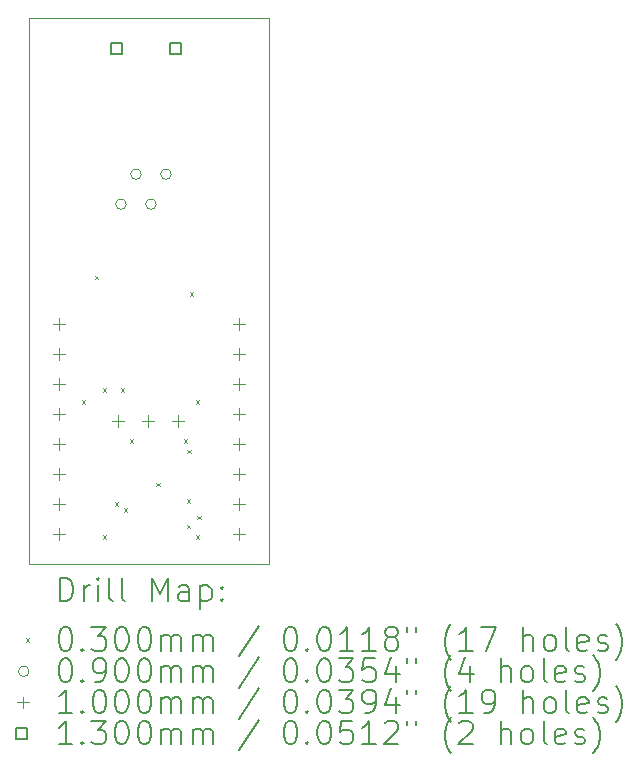
<source format=gbr>
%TF.GenerationSoftware,KiCad,Pcbnew,8.0.8*%
%TF.CreationDate,2025-05-02T07:16:06-04:00*%
%TF.ProjectId,DevBoard1,44657642-6f61-4726-9431-2e6b69636164,rev?*%
%TF.SameCoordinates,Original*%
%TF.FileFunction,Drillmap*%
%TF.FilePolarity,Positive*%
%FSLAX45Y45*%
G04 Gerber Fmt 4.5, Leading zero omitted, Abs format (unit mm)*
G04 Created by KiCad (PCBNEW 8.0.8) date 2025-05-02 07:16:06*
%MOMM*%
%LPD*%
G01*
G04 APERTURE LIST*
%ADD10C,0.050000*%
%ADD11C,0.200000*%
%ADD12C,0.100000*%
%ADD13C,0.130000*%
G04 APERTURE END LIST*
D10*
X8636000Y-4521200D02*
X10668000Y-4521200D01*
X10668000Y-9144000D01*
X8636000Y-9144000D01*
X8636000Y-4521200D01*
D11*
D12*
X9078200Y-7757400D02*
X9108200Y-7787400D01*
X9108200Y-7757400D02*
X9078200Y-7787400D01*
X9187600Y-6703300D02*
X9217600Y-6733300D01*
X9217600Y-6703300D02*
X9187600Y-6733300D01*
X9256000Y-7655800D02*
X9286000Y-7685800D01*
X9286000Y-7655800D02*
X9256000Y-7685800D01*
X9256000Y-8900400D02*
X9286000Y-8930400D01*
X9286000Y-8900400D02*
X9256000Y-8930400D01*
X9357600Y-8621000D02*
X9387600Y-8651000D01*
X9387600Y-8621000D02*
X9357600Y-8651000D01*
X9408400Y-7655800D02*
X9438400Y-7685800D01*
X9438400Y-7655800D02*
X9408400Y-7685800D01*
X9433800Y-8671800D02*
X9463800Y-8701800D01*
X9463800Y-8671800D02*
X9433800Y-8701800D01*
X9484600Y-8087600D02*
X9514600Y-8117600D01*
X9514600Y-8087600D02*
X9484600Y-8117600D01*
X9709980Y-8455900D02*
X9739980Y-8485900D01*
X9739980Y-8455900D02*
X9709980Y-8485900D01*
X9941800Y-8087600D02*
X9971800Y-8117600D01*
X9971800Y-8087600D02*
X9941800Y-8117600D01*
X9967200Y-8595600D02*
X9997200Y-8625600D01*
X9997200Y-8595600D02*
X9967200Y-8625600D01*
X9967200Y-8811500D02*
X9997200Y-8841500D01*
X9997200Y-8811500D02*
X9967200Y-8841500D01*
X9973200Y-8176500D02*
X10003200Y-8206500D01*
X10003200Y-8176500D02*
X9973200Y-8206500D01*
X9992600Y-6843000D02*
X10022600Y-6873000D01*
X10022600Y-6843000D02*
X9992600Y-6873000D01*
X10043400Y-7757400D02*
X10073400Y-7787400D01*
X10073400Y-7757400D02*
X10043400Y-7787400D01*
X10043400Y-8900400D02*
X10073400Y-8930400D01*
X10073400Y-8900400D02*
X10043400Y-8930400D01*
X10056100Y-8735300D02*
X10086100Y-8765300D01*
X10086100Y-8735300D02*
X10056100Y-8765300D01*
X9456200Y-6096000D02*
G75*
G02*
X9366200Y-6096000I-45000J0D01*
G01*
X9366200Y-6096000D02*
G75*
G02*
X9456200Y-6096000I45000J0D01*
G01*
X9583200Y-5842000D02*
G75*
G02*
X9493200Y-5842000I-45000J0D01*
G01*
X9493200Y-5842000D02*
G75*
G02*
X9583200Y-5842000I45000J0D01*
G01*
X9710200Y-6096000D02*
G75*
G02*
X9620200Y-6096000I-45000J0D01*
G01*
X9620200Y-6096000D02*
G75*
G02*
X9710200Y-6096000I45000J0D01*
G01*
X9837200Y-5842000D02*
G75*
G02*
X9747200Y-5842000I-45000J0D01*
G01*
X9747200Y-5842000D02*
G75*
G02*
X9837200Y-5842000I45000J0D01*
G01*
X8890000Y-7062000D02*
X8890000Y-7162000D01*
X8840000Y-7112000D02*
X8940000Y-7112000D01*
X8890000Y-7316000D02*
X8890000Y-7416000D01*
X8840000Y-7366000D02*
X8940000Y-7366000D01*
X8890000Y-7570000D02*
X8890000Y-7670000D01*
X8840000Y-7620000D02*
X8940000Y-7620000D01*
X8890000Y-7824000D02*
X8890000Y-7924000D01*
X8840000Y-7874000D02*
X8940000Y-7874000D01*
X8890000Y-8078000D02*
X8890000Y-8178000D01*
X8840000Y-8128000D02*
X8940000Y-8128000D01*
X8890000Y-8332000D02*
X8890000Y-8432000D01*
X8840000Y-8382000D02*
X8940000Y-8382000D01*
X8890000Y-8586000D02*
X8890000Y-8686000D01*
X8840000Y-8636000D02*
X8940000Y-8636000D01*
X8890000Y-8840000D02*
X8890000Y-8940000D01*
X8840000Y-8890000D02*
X8940000Y-8890000D01*
X9387840Y-7879880D02*
X9387840Y-7979880D01*
X9337840Y-7929880D02*
X9437840Y-7929880D01*
X9641840Y-7879880D02*
X9641840Y-7979880D01*
X9591840Y-7929880D02*
X9691840Y-7929880D01*
X9895840Y-7879880D02*
X9895840Y-7979880D01*
X9845840Y-7929880D02*
X9945840Y-7929880D01*
X10414000Y-7062000D02*
X10414000Y-7162000D01*
X10364000Y-7112000D02*
X10464000Y-7112000D01*
X10414000Y-7316000D02*
X10414000Y-7416000D01*
X10364000Y-7366000D02*
X10464000Y-7366000D01*
X10414000Y-7570000D02*
X10414000Y-7670000D01*
X10364000Y-7620000D02*
X10464000Y-7620000D01*
X10414000Y-7824000D02*
X10414000Y-7924000D01*
X10364000Y-7874000D02*
X10464000Y-7874000D01*
X10414000Y-8078000D02*
X10414000Y-8178000D01*
X10364000Y-8128000D02*
X10464000Y-8128000D01*
X10414000Y-8332000D02*
X10414000Y-8432000D01*
X10364000Y-8382000D02*
X10464000Y-8382000D01*
X10414000Y-8586000D02*
X10414000Y-8686000D01*
X10364000Y-8636000D02*
X10464000Y-8636000D01*
X10414000Y-8840000D02*
X10414000Y-8940000D01*
X10364000Y-8890000D02*
X10464000Y-8890000D01*
D13*
X9416402Y-4821162D02*
X9416402Y-4729238D01*
X9324478Y-4729238D01*
X9324478Y-4821162D01*
X9416402Y-4821162D01*
X9916402Y-4821162D02*
X9916402Y-4729238D01*
X9824478Y-4729238D01*
X9824478Y-4821162D01*
X9916402Y-4821162D01*
D11*
X8894277Y-9457984D02*
X8894277Y-9257984D01*
X8894277Y-9257984D02*
X8941896Y-9257984D01*
X8941896Y-9257984D02*
X8970467Y-9267508D01*
X8970467Y-9267508D02*
X8989515Y-9286555D01*
X8989515Y-9286555D02*
X8999039Y-9305603D01*
X8999039Y-9305603D02*
X9008563Y-9343698D01*
X9008563Y-9343698D02*
X9008563Y-9372270D01*
X9008563Y-9372270D02*
X8999039Y-9410365D01*
X8999039Y-9410365D02*
X8989515Y-9429412D01*
X8989515Y-9429412D02*
X8970467Y-9448460D01*
X8970467Y-9448460D02*
X8941896Y-9457984D01*
X8941896Y-9457984D02*
X8894277Y-9457984D01*
X9094277Y-9457984D02*
X9094277Y-9324650D01*
X9094277Y-9362746D02*
X9103801Y-9343698D01*
X9103801Y-9343698D02*
X9113324Y-9334174D01*
X9113324Y-9334174D02*
X9132372Y-9324650D01*
X9132372Y-9324650D02*
X9151420Y-9324650D01*
X9218086Y-9457984D02*
X9218086Y-9324650D01*
X9218086Y-9257984D02*
X9208563Y-9267508D01*
X9208563Y-9267508D02*
X9218086Y-9277031D01*
X9218086Y-9277031D02*
X9227610Y-9267508D01*
X9227610Y-9267508D02*
X9218086Y-9257984D01*
X9218086Y-9257984D02*
X9218086Y-9277031D01*
X9341896Y-9457984D02*
X9322848Y-9448460D01*
X9322848Y-9448460D02*
X9313324Y-9429412D01*
X9313324Y-9429412D02*
X9313324Y-9257984D01*
X9446658Y-9457984D02*
X9427610Y-9448460D01*
X9427610Y-9448460D02*
X9418086Y-9429412D01*
X9418086Y-9429412D02*
X9418086Y-9257984D01*
X9675229Y-9457984D02*
X9675229Y-9257984D01*
X9675229Y-9257984D02*
X9741896Y-9400841D01*
X9741896Y-9400841D02*
X9808563Y-9257984D01*
X9808563Y-9257984D02*
X9808563Y-9457984D01*
X9989515Y-9457984D02*
X9989515Y-9353222D01*
X9989515Y-9353222D02*
X9979991Y-9334174D01*
X9979991Y-9334174D02*
X9960944Y-9324650D01*
X9960944Y-9324650D02*
X9922848Y-9324650D01*
X9922848Y-9324650D02*
X9903801Y-9334174D01*
X9989515Y-9448460D02*
X9970467Y-9457984D01*
X9970467Y-9457984D02*
X9922848Y-9457984D01*
X9922848Y-9457984D02*
X9903801Y-9448460D01*
X9903801Y-9448460D02*
X9894277Y-9429412D01*
X9894277Y-9429412D02*
X9894277Y-9410365D01*
X9894277Y-9410365D02*
X9903801Y-9391317D01*
X9903801Y-9391317D02*
X9922848Y-9381793D01*
X9922848Y-9381793D02*
X9970467Y-9381793D01*
X9970467Y-9381793D02*
X9989515Y-9372270D01*
X10084753Y-9324650D02*
X10084753Y-9524650D01*
X10084753Y-9334174D02*
X10103801Y-9324650D01*
X10103801Y-9324650D02*
X10141896Y-9324650D01*
X10141896Y-9324650D02*
X10160944Y-9334174D01*
X10160944Y-9334174D02*
X10170467Y-9343698D01*
X10170467Y-9343698D02*
X10179991Y-9362746D01*
X10179991Y-9362746D02*
X10179991Y-9419889D01*
X10179991Y-9419889D02*
X10170467Y-9438936D01*
X10170467Y-9438936D02*
X10160944Y-9448460D01*
X10160944Y-9448460D02*
X10141896Y-9457984D01*
X10141896Y-9457984D02*
X10103801Y-9457984D01*
X10103801Y-9457984D02*
X10084753Y-9448460D01*
X10265705Y-9438936D02*
X10275229Y-9448460D01*
X10275229Y-9448460D02*
X10265705Y-9457984D01*
X10265705Y-9457984D02*
X10256182Y-9448460D01*
X10256182Y-9448460D02*
X10265705Y-9438936D01*
X10265705Y-9438936D02*
X10265705Y-9457984D01*
X10265705Y-9334174D02*
X10275229Y-9343698D01*
X10275229Y-9343698D02*
X10265705Y-9353222D01*
X10265705Y-9353222D02*
X10256182Y-9343698D01*
X10256182Y-9343698D02*
X10265705Y-9334174D01*
X10265705Y-9334174D02*
X10265705Y-9353222D01*
D12*
X8603500Y-9771500D02*
X8633500Y-9801500D01*
X8633500Y-9771500D02*
X8603500Y-9801500D01*
D11*
X8932372Y-9677984D02*
X8951420Y-9677984D01*
X8951420Y-9677984D02*
X8970467Y-9687508D01*
X8970467Y-9687508D02*
X8979991Y-9697031D01*
X8979991Y-9697031D02*
X8989515Y-9716079D01*
X8989515Y-9716079D02*
X8999039Y-9754174D01*
X8999039Y-9754174D02*
X8999039Y-9801793D01*
X8999039Y-9801793D02*
X8989515Y-9839889D01*
X8989515Y-9839889D02*
X8979991Y-9858936D01*
X8979991Y-9858936D02*
X8970467Y-9868460D01*
X8970467Y-9868460D02*
X8951420Y-9877984D01*
X8951420Y-9877984D02*
X8932372Y-9877984D01*
X8932372Y-9877984D02*
X8913324Y-9868460D01*
X8913324Y-9868460D02*
X8903801Y-9858936D01*
X8903801Y-9858936D02*
X8894277Y-9839889D01*
X8894277Y-9839889D02*
X8884753Y-9801793D01*
X8884753Y-9801793D02*
X8884753Y-9754174D01*
X8884753Y-9754174D02*
X8894277Y-9716079D01*
X8894277Y-9716079D02*
X8903801Y-9697031D01*
X8903801Y-9697031D02*
X8913324Y-9687508D01*
X8913324Y-9687508D02*
X8932372Y-9677984D01*
X9084753Y-9858936D02*
X9094277Y-9868460D01*
X9094277Y-9868460D02*
X9084753Y-9877984D01*
X9084753Y-9877984D02*
X9075229Y-9868460D01*
X9075229Y-9868460D02*
X9084753Y-9858936D01*
X9084753Y-9858936D02*
X9084753Y-9877984D01*
X9160944Y-9677984D02*
X9284753Y-9677984D01*
X9284753Y-9677984D02*
X9218086Y-9754174D01*
X9218086Y-9754174D02*
X9246658Y-9754174D01*
X9246658Y-9754174D02*
X9265705Y-9763698D01*
X9265705Y-9763698D02*
X9275229Y-9773222D01*
X9275229Y-9773222D02*
X9284753Y-9792270D01*
X9284753Y-9792270D02*
X9284753Y-9839889D01*
X9284753Y-9839889D02*
X9275229Y-9858936D01*
X9275229Y-9858936D02*
X9265705Y-9868460D01*
X9265705Y-9868460D02*
X9246658Y-9877984D01*
X9246658Y-9877984D02*
X9189515Y-9877984D01*
X9189515Y-9877984D02*
X9170467Y-9868460D01*
X9170467Y-9868460D02*
X9160944Y-9858936D01*
X9408563Y-9677984D02*
X9427610Y-9677984D01*
X9427610Y-9677984D02*
X9446658Y-9687508D01*
X9446658Y-9687508D02*
X9456182Y-9697031D01*
X9456182Y-9697031D02*
X9465705Y-9716079D01*
X9465705Y-9716079D02*
X9475229Y-9754174D01*
X9475229Y-9754174D02*
X9475229Y-9801793D01*
X9475229Y-9801793D02*
X9465705Y-9839889D01*
X9465705Y-9839889D02*
X9456182Y-9858936D01*
X9456182Y-9858936D02*
X9446658Y-9868460D01*
X9446658Y-9868460D02*
X9427610Y-9877984D01*
X9427610Y-9877984D02*
X9408563Y-9877984D01*
X9408563Y-9877984D02*
X9389515Y-9868460D01*
X9389515Y-9868460D02*
X9379991Y-9858936D01*
X9379991Y-9858936D02*
X9370467Y-9839889D01*
X9370467Y-9839889D02*
X9360944Y-9801793D01*
X9360944Y-9801793D02*
X9360944Y-9754174D01*
X9360944Y-9754174D02*
X9370467Y-9716079D01*
X9370467Y-9716079D02*
X9379991Y-9697031D01*
X9379991Y-9697031D02*
X9389515Y-9687508D01*
X9389515Y-9687508D02*
X9408563Y-9677984D01*
X9599039Y-9677984D02*
X9618086Y-9677984D01*
X9618086Y-9677984D02*
X9637134Y-9687508D01*
X9637134Y-9687508D02*
X9646658Y-9697031D01*
X9646658Y-9697031D02*
X9656182Y-9716079D01*
X9656182Y-9716079D02*
X9665705Y-9754174D01*
X9665705Y-9754174D02*
X9665705Y-9801793D01*
X9665705Y-9801793D02*
X9656182Y-9839889D01*
X9656182Y-9839889D02*
X9646658Y-9858936D01*
X9646658Y-9858936D02*
X9637134Y-9868460D01*
X9637134Y-9868460D02*
X9618086Y-9877984D01*
X9618086Y-9877984D02*
X9599039Y-9877984D01*
X9599039Y-9877984D02*
X9579991Y-9868460D01*
X9579991Y-9868460D02*
X9570467Y-9858936D01*
X9570467Y-9858936D02*
X9560944Y-9839889D01*
X9560944Y-9839889D02*
X9551420Y-9801793D01*
X9551420Y-9801793D02*
X9551420Y-9754174D01*
X9551420Y-9754174D02*
X9560944Y-9716079D01*
X9560944Y-9716079D02*
X9570467Y-9697031D01*
X9570467Y-9697031D02*
X9579991Y-9687508D01*
X9579991Y-9687508D02*
X9599039Y-9677984D01*
X9751420Y-9877984D02*
X9751420Y-9744650D01*
X9751420Y-9763698D02*
X9760944Y-9754174D01*
X9760944Y-9754174D02*
X9779991Y-9744650D01*
X9779991Y-9744650D02*
X9808563Y-9744650D01*
X9808563Y-9744650D02*
X9827610Y-9754174D01*
X9827610Y-9754174D02*
X9837134Y-9773222D01*
X9837134Y-9773222D02*
X9837134Y-9877984D01*
X9837134Y-9773222D02*
X9846658Y-9754174D01*
X9846658Y-9754174D02*
X9865705Y-9744650D01*
X9865705Y-9744650D02*
X9894277Y-9744650D01*
X9894277Y-9744650D02*
X9913325Y-9754174D01*
X9913325Y-9754174D02*
X9922848Y-9773222D01*
X9922848Y-9773222D02*
X9922848Y-9877984D01*
X10018086Y-9877984D02*
X10018086Y-9744650D01*
X10018086Y-9763698D02*
X10027610Y-9754174D01*
X10027610Y-9754174D02*
X10046658Y-9744650D01*
X10046658Y-9744650D02*
X10075229Y-9744650D01*
X10075229Y-9744650D02*
X10094277Y-9754174D01*
X10094277Y-9754174D02*
X10103801Y-9773222D01*
X10103801Y-9773222D02*
X10103801Y-9877984D01*
X10103801Y-9773222D02*
X10113325Y-9754174D01*
X10113325Y-9754174D02*
X10132372Y-9744650D01*
X10132372Y-9744650D02*
X10160944Y-9744650D01*
X10160944Y-9744650D02*
X10179991Y-9754174D01*
X10179991Y-9754174D02*
X10189515Y-9773222D01*
X10189515Y-9773222D02*
X10189515Y-9877984D01*
X10579991Y-9668460D02*
X10408563Y-9925603D01*
X10837134Y-9677984D02*
X10856182Y-9677984D01*
X10856182Y-9677984D02*
X10875229Y-9687508D01*
X10875229Y-9687508D02*
X10884753Y-9697031D01*
X10884753Y-9697031D02*
X10894277Y-9716079D01*
X10894277Y-9716079D02*
X10903801Y-9754174D01*
X10903801Y-9754174D02*
X10903801Y-9801793D01*
X10903801Y-9801793D02*
X10894277Y-9839889D01*
X10894277Y-9839889D02*
X10884753Y-9858936D01*
X10884753Y-9858936D02*
X10875229Y-9868460D01*
X10875229Y-9868460D02*
X10856182Y-9877984D01*
X10856182Y-9877984D02*
X10837134Y-9877984D01*
X10837134Y-9877984D02*
X10818087Y-9868460D01*
X10818087Y-9868460D02*
X10808563Y-9858936D01*
X10808563Y-9858936D02*
X10799039Y-9839889D01*
X10799039Y-9839889D02*
X10789515Y-9801793D01*
X10789515Y-9801793D02*
X10789515Y-9754174D01*
X10789515Y-9754174D02*
X10799039Y-9716079D01*
X10799039Y-9716079D02*
X10808563Y-9697031D01*
X10808563Y-9697031D02*
X10818087Y-9687508D01*
X10818087Y-9687508D02*
X10837134Y-9677984D01*
X10989515Y-9858936D02*
X10999039Y-9868460D01*
X10999039Y-9868460D02*
X10989515Y-9877984D01*
X10989515Y-9877984D02*
X10979991Y-9868460D01*
X10979991Y-9868460D02*
X10989515Y-9858936D01*
X10989515Y-9858936D02*
X10989515Y-9877984D01*
X11122848Y-9677984D02*
X11141896Y-9677984D01*
X11141896Y-9677984D02*
X11160944Y-9687508D01*
X11160944Y-9687508D02*
X11170468Y-9697031D01*
X11170468Y-9697031D02*
X11179991Y-9716079D01*
X11179991Y-9716079D02*
X11189515Y-9754174D01*
X11189515Y-9754174D02*
X11189515Y-9801793D01*
X11189515Y-9801793D02*
X11179991Y-9839889D01*
X11179991Y-9839889D02*
X11170468Y-9858936D01*
X11170468Y-9858936D02*
X11160944Y-9868460D01*
X11160944Y-9868460D02*
X11141896Y-9877984D01*
X11141896Y-9877984D02*
X11122848Y-9877984D01*
X11122848Y-9877984D02*
X11103801Y-9868460D01*
X11103801Y-9868460D02*
X11094277Y-9858936D01*
X11094277Y-9858936D02*
X11084753Y-9839889D01*
X11084753Y-9839889D02*
X11075229Y-9801793D01*
X11075229Y-9801793D02*
X11075229Y-9754174D01*
X11075229Y-9754174D02*
X11084753Y-9716079D01*
X11084753Y-9716079D02*
X11094277Y-9697031D01*
X11094277Y-9697031D02*
X11103801Y-9687508D01*
X11103801Y-9687508D02*
X11122848Y-9677984D01*
X11379991Y-9877984D02*
X11265706Y-9877984D01*
X11322848Y-9877984D02*
X11322848Y-9677984D01*
X11322848Y-9677984D02*
X11303801Y-9706555D01*
X11303801Y-9706555D02*
X11284753Y-9725603D01*
X11284753Y-9725603D02*
X11265706Y-9735127D01*
X11570467Y-9877984D02*
X11456182Y-9877984D01*
X11513325Y-9877984D02*
X11513325Y-9677984D01*
X11513325Y-9677984D02*
X11494277Y-9706555D01*
X11494277Y-9706555D02*
X11475229Y-9725603D01*
X11475229Y-9725603D02*
X11456182Y-9735127D01*
X11684753Y-9763698D02*
X11665706Y-9754174D01*
X11665706Y-9754174D02*
X11656182Y-9744650D01*
X11656182Y-9744650D02*
X11646658Y-9725603D01*
X11646658Y-9725603D02*
X11646658Y-9716079D01*
X11646658Y-9716079D02*
X11656182Y-9697031D01*
X11656182Y-9697031D02*
X11665706Y-9687508D01*
X11665706Y-9687508D02*
X11684753Y-9677984D01*
X11684753Y-9677984D02*
X11722848Y-9677984D01*
X11722848Y-9677984D02*
X11741896Y-9687508D01*
X11741896Y-9687508D02*
X11751420Y-9697031D01*
X11751420Y-9697031D02*
X11760944Y-9716079D01*
X11760944Y-9716079D02*
X11760944Y-9725603D01*
X11760944Y-9725603D02*
X11751420Y-9744650D01*
X11751420Y-9744650D02*
X11741896Y-9754174D01*
X11741896Y-9754174D02*
X11722848Y-9763698D01*
X11722848Y-9763698D02*
X11684753Y-9763698D01*
X11684753Y-9763698D02*
X11665706Y-9773222D01*
X11665706Y-9773222D02*
X11656182Y-9782746D01*
X11656182Y-9782746D02*
X11646658Y-9801793D01*
X11646658Y-9801793D02*
X11646658Y-9839889D01*
X11646658Y-9839889D02*
X11656182Y-9858936D01*
X11656182Y-9858936D02*
X11665706Y-9868460D01*
X11665706Y-9868460D02*
X11684753Y-9877984D01*
X11684753Y-9877984D02*
X11722848Y-9877984D01*
X11722848Y-9877984D02*
X11741896Y-9868460D01*
X11741896Y-9868460D02*
X11751420Y-9858936D01*
X11751420Y-9858936D02*
X11760944Y-9839889D01*
X11760944Y-9839889D02*
X11760944Y-9801793D01*
X11760944Y-9801793D02*
X11751420Y-9782746D01*
X11751420Y-9782746D02*
X11741896Y-9773222D01*
X11741896Y-9773222D02*
X11722848Y-9763698D01*
X11837134Y-9677984D02*
X11837134Y-9716079D01*
X11913325Y-9677984D02*
X11913325Y-9716079D01*
X12208563Y-9954174D02*
X12199039Y-9944650D01*
X12199039Y-9944650D02*
X12179991Y-9916079D01*
X12179991Y-9916079D02*
X12170468Y-9897031D01*
X12170468Y-9897031D02*
X12160944Y-9868460D01*
X12160944Y-9868460D02*
X12151420Y-9820841D01*
X12151420Y-9820841D02*
X12151420Y-9782746D01*
X12151420Y-9782746D02*
X12160944Y-9735127D01*
X12160944Y-9735127D02*
X12170468Y-9706555D01*
X12170468Y-9706555D02*
X12179991Y-9687508D01*
X12179991Y-9687508D02*
X12199039Y-9658936D01*
X12199039Y-9658936D02*
X12208563Y-9649412D01*
X12389515Y-9877984D02*
X12275229Y-9877984D01*
X12332372Y-9877984D02*
X12332372Y-9677984D01*
X12332372Y-9677984D02*
X12313325Y-9706555D01*
X12313325Y-9706555D02*
X12294277Y-9725603D01*
X12294277Y-9725603D02*
X12275229Y-9735127D01*
X12456182Y-9677984D02*
X12589515Y-9677984D01*
X12589515Y-9677984D02*
X12503801Y-9877984D01*
X12818087Y-9877984D02*
X12818087Y-9677984D01*
X12903801Y-9877984D02*
X12903801Y-9773222D01*
X12903801Y-9773222D02*
X12894277Y-9754174D01*
X12894277Y-9754174D02*
X12875230Y-9744650D01*
X12875230Y-9744650D02*
X12846658Y-9744650D01*
X12846658Y-9744650D02*
X12827610Y-9754174D01*
X12827610Y-9754174D02*
X12818087Y-9763698D01*
X13027610Y-9877984D02*
X13008563Y-9868460D01*
X13008563Y-9868460D02*
X12999039Y-9858936D01*
X12999039Y-9858936D02*
X12989515Y-9839889D01*
X12989515Y-9839889D02*
X12989515Y-9782746D01*
X12989515Y-9782746D02*
X12999039Y-9763698D01*
X12999039Y-9763698D02*
X13008563Y-9754174D01*
X13008563Y-9754174D02*
X13027610Y-9744650D01*
X13027610Y-9744650D02*
X13056182Y-9744650D01*
X13056182Y-9744650D02*
X13075230Y-9754174D01*
X13075230Y-9754174D02*
X13084753Y-9763698D01*
X13084753Y-9763698D02*
X13094277Y-9782746D01*
X13094277Y-9782746D02*
X13094277Y-9839889D01*
X13094277Y-9839889D02*
X13084753Y-9858936D01*
X13084753Y-9858936D02*
X13075230Y-9868460D01*
X13075230Y-9868460D02*
X13056182Y-9877984D01*
X13056182Y-9877984D02*
X13027610Y-9877984D01*
X13208563Y-9877984D02*
X13189515Y-9868460D01*
X13189515Y-9868460D02*
X13179991Y-9849412D01*
X13179991Y-9849412D02*
X13179991Y-9677984D01*
X13360944Y-9868460D02*
X13341896Y-9877984D01*
X13341896Y-9877984D02*
X13303801Y-9877984D01*
X13303801Y-9877984D02*
X13284753Y-9868460D01*
X13284753Y-9868460D02*
X13275230Y-9849412D01*
X13275230Y-9849412D02*
X13275230Y-9773222D01*
X13275230Y-9773222D02*
X13284753Y-9754174D01*
X13284753Y-9754174D02*
X13303801Y-9744650D01*
X13303801Y-9744650D02*
X13341896Y-9744650D01*
X13341896Y-9744650D02*
X13360944Y-9754174D01*
X13360944Y-9754174D02*
X13370468Y-9773222D01*
X13370468Y-9773222D02*
X13370468Y-9792270D01*
X13370468Y-9792270D02*
X13275230Y-9811317D01*
X13446658Y-9868460D02*
X13465706Y-9877984D01*
X13465706Y-9877984D02*
X13503801Y-9877984D01*
X13503801Y-9877984D02*
X13522849Y-9868460D01*
X13522849Y-9868460D02*
X13532372Y-9849412D01*
X13532372Y-9849412D02*
X13532372Y-9839889D01*
X13532372Y-9839889D02*
X13522849Y-9820841D01*
X13522849Y-9820841D02*
X13503801Y-9811317D01*
X13503801Y-9811317D02*
X13475230Y-9811317D01*
X13475230Y-9811317D02*
X13456182Y-9801793D01*
X13456182Y-9801793D02*
X13446658Y-9782746D01*
X13446658Y-9782746D02*
X13446658Y-9773222D01*
X13446658Y-9773222D02*
X13456182Y-9754174D01*
X13456182Y-9754174D02*
X13475230Y-9744650D01*
X13475230Y-9744650D02*
X13503801Y-9744650D01*
X13503801Y-9744650D02*
X13522849Y-9754174D01*
X13599039Y-9954174D02*
X13608563Y-9944650D01*
X13608563Y-9944650D02*
X13627611Y-9916079D01*
X13627611Y-9916079D02*
X13637134Y-9897031D01*
X13637134Y-9897031D02*
X13646658Y-9868460D01*
X13646658Y-9868460D02*
X13656182Y-9820841D01*
X13656182Y-9820841D02*
X13656182Y-9782746D01*
X13656182Y-9782746D02*
X13646658Y-9735127D01*
X13646658Y-9735127D02*
X13637134Y-9706555D01*
X13637134Y-9706555D02*
X13627611Y-9687508D01*
X13627611Y-9687508D02*
X13608563Y-9658936D01*
X13608563Y-9658936D02*
X13599039Y-9649412D01*
D12*
X8633500Y-10050500D02*
G75*
G02*
X8543500Y-10050500I-45000J0D01*
G01*
X8543500Y-10050500D02*
G75*
G02*
X8633500Y-10050500I45000J0D01*
G01*
D11*
X8932372Y-9941984D02*
X8951420Y-9941984D01*
X8951420Y-9941984D02*
X8970467Y-9951508D01*
X8970467Y-9951508D02*
X8979991Y-9961031D01*
X8979991Y-9961031D02*
X8989515Y-9980079D01*
X8989515Y-9980079D02*
X8999039Y-10018174D01*
X8999039Y-10018174D02*
X8999039Y-10065793D01*
X8999039Y-10065793D02*
X8989515Y-10103889D01*
X8989515Y-10103889D02*
X8979991Y-10122936D01*
X8979991Y-10122936D02*
X8970467Y-10132460D01*
X8970467Y-10132460D02*
X8951420Y-10141984D01*
X8951420Y-10141984D02*
X8932372Y-10141984D01*
X8932372Y-10141984D02*
X8913324Y-10132460D01*
X8913324Y-10132460D02*
X8903801Y-10122936D01*
X8903801Y-10122936D02*
X8894277Y-10103889D01*
X8894277Y-10103889D02*
X8884753Y-10065793D01*
X8884753Y-10065793D02*
X8884753Y-10018174D01*
X8884753Y-10018174D02*
X8894277Y-9980079D01*
X8894277Y-9980079D02*
X8903801Y-9961031D01*
X8903801Y-9961031D02*
X8913324Y-9951508D01*
X8913324Y-9951508D02*
X8932372Y-9941984D01*
X9084753Y-10122936D02*
X9094277Y-10132460D01*
X9094277Y-10132460D02*
X9084753Y-10141984D01*
X9084753Y-10141984D02*
X9075229Y-10132460D01*
X9075229Y-10132460D02*
X9084753Y-10122936D01*
X9084753Y-10122936D02*
X9084753Y-10141984D01*
X9189515Y-10141984D02*
X9227610Y-10141984D01*
X9227610Y-10141984D02*
X9246658Y-10132460D01*
X9246658Y-10132460D02*
X9256182Y-10122936D01*
X9256182Y-10122936D02*
X9275229Y-10094365D01*
X9275229Y-10094365D02*
X9284753Y-10056270D01*
X9284753Y-10056270D02*
X9284753Y-9980079D01*
X9284753Y-9980079D02*
X9275229Y-9961031D01*
X9275229Y-9961031D02*
X9265705Y-9951508D01*
X9265705Y-9951508D02*
X9246658Y-9941984D01*
X9246658Y-9941984D02*
X9208563Y-9941984D01*
X9208563Y-9941984D02*
X9189515Y-9951508D01*
X9189515Y-9951508D02*
X9179991Y-9961031D01*
X9179991Y-9961031D02*
X9170467Y-9980079D01*
X9170467Y-9980079D02*
X9170467Y-10027698D01*
X9170467Y-10027698D02*
X9179991Y-10046746D01*
X9179991Y-10046746D02*
X9189515Y-10056270D01*
X9189515Y-10056270D02*
X9208563Y-10065793D01*
X9208563Y-10065793D02*
X9246658Y-10065793D01*
X9246658Y-10065793D02*
X9265705Y-10056270D01*
X9265705Y-10056270D02*
X9275229Y-10046746D01*
X9275229Y-10046746D02*
X9284753Y-10027698D01*
X9408563Y-9941984D02*
X9427610Y-9941984D01*
X9427610Y-9941984D02*
X9446658Y-9951508D01*
X9446658Y-9951508D02*
X9456182Y-9961031D01*
X9456182Y-9961031D02*
X9465705Y-9980079D01*
X9465705Y-9980079D02*
X9475229Y-10018174D01*
X9475229Y-10018174D02*
X9475229Y-10065793D01*
X9475229Y-10065793D02*
X9465705Y-10103889D01*
X9465705Y-10103889D02*
X9456182Y-10122936D01*
X9456182Y-10122936D02*
X9446658Y-10132460D01*
X9446658Y-10132460D02*
X9427610Y-10141984D01*
X9427610Y-10141984D02*
X9408563Y-10141984D01*
X9408563Y-10141984D02*
X9389515Y-10132460D01*
X9389515Y-10132460D02*
X9379991Y-10122936D01*
X9379991Y-10122936D02*
X9370467Y-10103889D01*
X9370467Y-10103889D02*
X9360944Y-10065793D01*
X9360944Y-10065793D02*
X9360944Y-10018174D01*
X9360944Y-10018174D02*
X9370467Y-9980079D01*
X9370467Y-9980079D02*
X9379991Y-9961031D01*
X9379991Y-9961031D02*
X9389515Y-9951508D01*
X9389515Y-9951508D02*
X9408563Y-9941984D01*
X9599039Y-9941984D02*
X9618086Y-9941984D01*
X9618086Y-9941984D02*
X9637134Y-9951508D01*
X9637134Y-9951508D02*
X9646658Y-9961031D01*
X9646658Y-9961031D02*
X9656182Y-9980079D01*
X9656182Y-9980079D02*
X9665705Y-10018174D01*
X9665705Y-10018174D02*
X9665705Y-10065793D01*
X9665705Y-10065793D02*
X9656182Y-10103889D01*
X9656182Y-10103889D02*
X9646658Y-10122936D01*
X9646658Y-10122936D02*
X9637134Y-10132460D01*
X9637134Y-10132460D02*
X9618086Y-10141984D01*
X9618086Y-10141984D02*
X9599039Y-10141984D01*
X9599039Y-10141984D02*
X9579991Y-10132460D01*
X9579991Y-10132460D02*
X9570467Y-10122936D01*
X9570467Y-10122936D02*
X9560944Y-10103889D01*
X9560944Y-10103889D02*
X9551420Y-10065793D01*
X9551420Y-10065793D02*
X9551420Y-10018174D01*
X9551420Y-10018174D02*
X9560944Y-9980079D01*
X9560944Y-9980079D02*
X9570467Y-9961031D01*
X9570467Y-9961031D02*
X9579991Y-9951508D01*
X9579991Y-9951508D02*
X9599039Y-9941984D01*
X9751420Y-10141984D02*
X9751420Y-10008650D01*
X9751420Y-10027698D02*
X9760944Y-10018174D01*
X9760944Y-10018174D02*
X9779991Y-10008650D01*
X9779991Y-10008650D02*
X9808563Y-10008650D01*
X9808563Y-10008650D02*
X9827610Y-10018174D01*
X9827610Y-10018174D02*
X9837134Y-10037222D01*
X9837134Y-10037222D02*
X9837134Y-10141984D01*
X9837134Y-10037222D02*
X9846658Y-10018174D01*
X9846658Y-10018174D02*
X9865705Y-10008650D01*
X9865705Y-10008650D02*
X9894277Y-10008650D01*
X9894277Y-10008650D02*
X9913325Y-10018174D01*
X9913325Y-10018174D02*
X9922848Y-10037222D01*
X9922848Y-10037222D02*
X9922848Y-10141984D01*
X10018086Y-10141984D02*
X10018086Y-10008650D01*
X10018086Y-10027698D02*
X10027610Y-10018174D01*
X10027610Y-10018174D02*
X10046658Y-10008650D01*
X10046658Y-10008650D02*
X10075229Y-10008650D01*
X10075229Y-10008650D02*
X10094277Y-10018174D01*
X10094277Y-10018174D02*
X10103801Y-10037222D01*
X10103801Y-10037222D02*
X10103801Y-10141984D01*
X10103801Y-10037222D02*
X10113325Y-10018174D01*
X10113325Y-10018174D02*
X10132372Y-10008650D01*
X10132372Y-10008650D02*
X10160944Y-10008650D01*
X10160944Y-10008650D02*
X10179991Y-10018174D01*
X10179991Y-10018174D02*
X10189515Y-10037222D01*
X10189515Y-10037222D02*
X10189515Y-10141984D01*
X10579991Y-9932460D02*
X10408563Y-10189603D01*
X10837134Y-9941984D02*
X10856182Y-9941984D01*
X10856182Y-9941984D02*
X10875229Y-9951508D01*
X10875229Y-9951508D02*
X10884753Y-9961031D01*
X10884753Y-9961031D02*
X10894277Y-9980079D01*
X10894277Y-9980079D02*
X10903801Y-10018174D01*
X10903801Y-10018174D02*
X10903801Y-10065793D01*
X10903801Y-10065793D02*
X10894277Y-10103889D01*
X10894277Y-10103889D02*
X10884753Y-10122936D01*
X10884753Y-10122936D02*
X10875229Y-10132460D01*
X10875229Y-10132460D02*
X10856182Y-10141984D01*
X10856182Y-10141984D02*
X10837134Y-10141984D01*
X10837134Y-10141984D02*
X10818087Y-10132460D01*
X10818087Y-10132460D02*
X10808563Y-10122936D01*
X10808563Y-10122936D02*
X10799039Y-10103889D01*
X10799039Y-10103889D02*
X10789515Y-10065793D01*
X10789515Y-10065793D02*
X10789515Y-10018174D01*
X10789515Y-10018174D02*
X10799039Y-9980079D01*
X10799039Y-9980079D02*
X10808563Y-9961031D01*
X10808563Y-9961031D02*
X10818087Y-9951508D01*
X10818087Y-9951508D02*
X10837134Y-9941984D01*
X10989515Y-10122936D02*
X10999039Y-10132460D01*
X10999039Y-10132460D02*
X10989515Y-10141984D01*
X10989515Y-10141984D02*
X10979991Y-10132460D01*
X10979991Y-10132460D02*
X10989515Y-10122936D01*
X10989515Y-10122936D02*
X10989515Y-10141984D01*
X11122848Y-9941984D02*
X11141896Y-9941984D01*
X11141896Y-9941984D02*
X11160944Y-9951508D01*
X11160944Y-9951508D02*
X11170468Y-9961031D01*
X11170468Y-9961031D02*
X11179991Y-9980079D01*
X11179991Y-9980079D02*
X11189515Y-10018174D01*
X11189515Y-10018174D02*
X11189515Y-10065793D01*
X11189515Y-10065793D02*
X11179991Y-10103889D01*
X11179991Y-10103889D02*
X11170468Y-10122936D01*
X11170468Y-10122936D02*
X11160944Y-10132460D01*
X11160944Y-10132460D02*
X11141896Y-10141984D01*
X11141896Y-10141984D02*
X11122848Y-10141984D01*
X11122848Y-10141984D02*
X11103801Y-10132460D01*
X11103801Y-10132460D02*
X11094277Y-10122936D01*
X11094277Y-10122936D02*
X11084753Y-10103889D01*
X11084753Y-10103889D02*
X11075229Y-10065793D01*
X11075229Y-10065793D02*
X11075229Y-10018174D01*
X11075229Y-10018174D02*
X11084753Y-9980079D01*
X11084753Y-9980079D02*
X11094277Y-9961031D01*
X11094277Y-9961031D02*
X11103801Y-9951508D01*
X11103801Y-9951508D02*
X11122848Y-9941984D01*
X11256182Y-9941984D02*
X11379991Y-9941984D01*
X11379991Y-9941984D02*
X11313325Y-10018174D01*
X11313325Y-10018174D02*
X11341896Y-10018174D01*
X11341896Y-10018174D02*
X11360944Y-10027698D01*
X11360944Y-10027698D02*
X11370467Y-10037222D01*
X11370467Y-10037222D02*
X11379991Y-10056270D01*
X11379991Y-10056270D02*
X11379991Y-10103889D01*
X11379991Y-10103889D02*
X11370467Y-10122936D01*
X11370467Y-10122936D02*
X11360944Y-10132460D01*
X11360944Y-10132460D02*
X11341896Y-10141984D01*
X11341896Y-10141984D02*
X11284753Y-10141984D01*
X11284753Y-10141984D02*
X11265706Y-10132460D01*
X11265706Y-10132460D02*
X11256182Y-10122936D01*
X11560944Y-9941984D02*
X11465706Y-9941984D01*
X11465706Y-9941984D02*
X11456182Y-10037222D01*
X11456182Y-10037222D02*
X11465706Y-10027698D01*
X11465706Y-10027698D02*
X11484753Y-10018174D01*
X11484753Y-10018174D02*
X11532372Y-10018174D01*
X11532372Y-10018174D02*
X11551420Y-10027698D01*
X11551420Y-10027698D02*
X11560944Y-10037222D01*
X11560944Y-10037222D02*
X11570467Y-10056270D01*
X11570467Y-10056270D02*
X11570467Y-10103889D01*
X11570467Y-10103889D02*
X11560944Y-10122936D01*
X11560944Y-10122936D02*
X11551420Y-10132460D01*
X11551420Y-10132460D02*
X11532372Y-10141984D01*
X11532372Y-10141984D02*
X11484753Y-10141984D01*
X11484753Y-10141984D02*
X11465706Y-10132460D01*
X11465706Y-10132460D02*
X11456182Y-10122936D01*
X11741896Y-10008650D02*
X11741896Y-10141984D01*
X11694277Y-9932460D02*
X11646658Y-10075317D01*
X11646658Y-10075317D02*
X11770467Y-10075317D01*
X11837134Y-9941984D02*
X11837134Y-9980079D01*
X11913325Y-9941984D02*
X11913325Y-9980079D01*
X12208563Y-10218174D02*
X12199039Y-10208650D01*
X12199039Y-10208650D02*
X12179991Y-10180079D01*
X12179991Y-10180079D02*
X12170468Y-10161031D01*
X12170468Y-10161031D02*
X12160944Y-10132460D01*
X12160944Y-10132460D02*
X12151420Y-10084841D01*
X12151420Y-10084841D02*
X12151420Y-10046746D01*
X12151420Y-10046746D02*
X12160944Y-9999127D01*
X12160944Y-9999127D02*
X12170468Y-9970555D01*
X12170468Y-9970555D02*
X12179991Y-9951508D01*
X12179991Y-9951508D02*
X12199039Y-9922936D01*
X12199039Y-9922936D02*
X12208563Y-9913412D01*
X12370468Y-10008650D02*
X12370468Y-10141984D01*
X12322848Y-9932460D02*
X12275229Y-10075317D01*
X12275229Y-10075317D02*
X12399039Y-10075317D01*
X12627610Y-10141984D02*
X12627610Y-9941984D01*
X12713325Y-10141984D02*
X12713325Y-10037222D01*
X12713325Y-10037222D02*
X12703801Y-10018174D01*
X12703801Y-10018174D02*
X12684753Y-10008650D01*
X12684753Y-10008650D02*
X12656182Y-10008650D01*
X12656182Y-10008650D02*
X12637134Y-10018174D01*
X12637134Y-10018174D02*
X12627610Y-10027698D01*
X12837134Y-10141984D02*
X12818087Y-10132460D01*
X12818087Y-10132460D02*
X12808563Y-10122936D01*
X12808563Y-10122936D02*
X12799039Y-10103889D01*
X12799039Y-10103889D02*
X12799039Y-10046746D01*
X12799039Y-10046746D02*
X12808563Y-10027698D01*
X12808563Y-10027698D02*
X12818087Y-10018174D01*
X12818087Y-10018174D02*
X12837134Y-10008650D01*
X12837134Y-10008650D02*
X12865706Y-10008650D01*
X12865706Y-10008650D02*
X12884753Y-10018174D01*
X12884753Y-10018174D02*
X12894277Y-10027698D01*
X12894277Y-10027698D02*
X12903801Y-10046746D01*
X12903801Y-10046746D02*
X12903801Y-10103889D01*
X12903801Y-10103889D02*
X12894277Y-10122936D01*
X12894277Y-10122936D02*
X12884753Y-10132460D01*
X12884753Y-10132460D02*
X12865706Y-10141984D01*
X12865706Y-10141984D02*
X12837134Y-10141984D01*
X13018087Y-10141984D02*
X12999039Y-10132460D01*
X12999039Y-10132460D02*
X12989515Y-10113412D01*
X12989515Y-10113412D02*
X12989515Y-9941984D01*
X13170468Y-10132460D02*
X13151420Y-10141984D01*
X13151420Y-10141984D02*
X13113325Y-10141984D01*
X13113325Y-10141984D02*
X13094277Y-10132460D01*
X13094277Y-10132460D02*
X13084753Y-10113412D01*
X13084753Y-10113412D02*
X13084753Y-10037222D01*
X13084753Y-10037222D02*
X13094277Y-10018174D01*
X13094277Y-10018174D02*
X13113325Y-10008650D01*
X13113325Y-10008650D02*
X13151420Y-10008650D01*
X13151420Y-10008650D02*
X13170468Y-10018174D01*
X13170468Y-10018174D02*
X13179991Y-10037222D01*
X13179991Y-10037222D02*
X13179991Y-10056270D01*
X13179991Y-10056270D02*
X13084753Y-10075317D01*
X13256182Y-10132460D02*
X13275230Y-10141984D01*
X13275230Y-10141984D02*
X13313325Y-10141984D01*
X13313325Y-10141984D02*
X13332372Y-10132460D01*
X13332372Y-10132460D02*
X13341896Y-10113412D01*
X13341896Y-10113412D02*
X13341896Y-10103889D01*
X13341896Y-10103889D02*
X13332372Y-10084841D01*
X13332372Y-10084841D02*
X13313325Y-10075317D01*
X13313325Y-10075317D02*
X13284753Y-10075317D01*
X13284753Y-10075317D02*
X13265706Y-10065793D01*
X13265706Y-10065793D02*
X13256182Y-10046746D01*
X13256182Y-10046746D02*
X13256182Y-10037222D01*
X13256182Y-10037222D02*
X13265706Y-10018174D01*
X13265706Y-10018174D02*
X13284753Y-10008650D01*
X13284753Y-10008650D02*
X13313325Y-10008650D01*
X13313325Y-10008650D02*
X13332372Y-10018174D01*
X13408563Y-10218174D02*
X13418087Y-10208650D01*
X13418087Y-10208650D02*
X13437134Y-10180079D01*
X13437134Y-10180079D02*
X13446658Y-10161031D01*
X13446658Y-10161031D02*
X13456182Y-10132460D01*
X13456182Y-10132460D02*
X13465706Y-10084841D01*
X13465706Y-10084841D02*
X13465706Y-10046746D01*
X13465706Y-10046746D02*
X13456182Y-9999127D01*
X13456182Y-9999127D02*
X13446658Y-9970555D01*
X13446658Y-9970555D02*
X13437134Y-9951508D01*
X13437134Y-9951508D02*
X13418087Y-9922936D01*
X13418087Y-9922936D02*
X13408563Y-9913412D01*
D12*
X8583500Y-10264500D02*
X8583500Y-10364500D01*
X8533500Y-10314500D02*
X8633500Y-10314500D01*
D11*
X8999039Y-10405984D02*
X8884753Y-10405984D01*
X8941896Y-10405984D02*
X8941896Y-10205984D01*
X8941896Y-10205984D02*
X8922848Y-10234555D01*
X8922848Y-10234555D02*
X8903801Y-10253603D01*
X8903801Y-10253603D02*
X8884753Y-10263127D01*
X9084753Y-10386936D02*
X9094277Y-10396460D01*
X9094277Y-10396460D02*
X9084753Y-10405984D01*
X9084753Y-10405984D02*
X9075229Y-10396460D01*
X9075229Y-10396460D02*
X9084753Y-10386936D01*
X9084753Y-10386936D02*
X9084753Y-10405984D01*
X9218086Y-10205984D02*
X9237134Y-10205984D01*
X9237134Y-10205984D02*
X9256182Y-10215508D01*
X9256182Y-10215508D02*
X9265705Y-10225031D01*
X9265705Y-10225031D02*
X9275229Y-10244079D01*
X9275229Y-10244079D02*
X9284753Y-10282174D01*
X9284753Y-10282174D02*
X9284753Y-10329793D01*
X9284753Y-10329793D02*
X9275229Y-10367889D01*
X9275229Y-10367889D02*
X9265705Y-10386936D01*
X9265705Y-10386936D02*
X9256182Y-10396460D01*
X9256182Y-10396460D02*
X9237134Y-10405984D01*
X9237134Y-10405984D02*
X9218086Y-10405984D01*
X9218086Y-10405984D02*
X9199039Y-10396460D01*
X9199039Y-10396460D02*
X9189515Y-10386936D01*
X9189515Y-10386936D02*
X9179991Y-10367889D01*
X9179991Y-10367889D02*
X9170467Y-10329793D01*
X9170467Y-10329793D02*
X9170467Y-10282174D01*
X9170467Y-10282174D02*
X9179991Y-10244079D01*
X9179991Y-10244079D02*
X9189515Y-10225031D01*
X9189515Y-10225031D02*
X9199039Y-10215508D01*
X9199039Y-10215508D02*
X9218086Y-10205984D01*
X9408563Y-10205984D02*
X9427610Y-10205984D01*
X9427610Y-10205984D02*
X9446658Y-10215508D01*
X9446658Y-10215508D02*
X9456182Y-10225031D01*
X9456182Y-10225031D02*
X9465705Y-10244079D01*
X9465705Y-10244079D02*
X9475229Y-10282174D01*
X9475229Y-10282174D02*
X9475229Y-10329793D01*
X9475229Y-10329793D02*
X9465705Y-10367889D01*
X9465705Y-10367889D02*
X9456182Y-10386936D01*
X9456182Y-10386936D02*
X9446658Y-10396460D01*
X9446658Y-10396460D02*
X9427610Y-10405984D01*
X9427610Y-10405984D02*
X9408563Y-10405984D01*
X9408563Y-10405984D02*
X9389515Y-10396460D01*
X9389515Y-10396460D02*
X9379991Y-10386936D01*
X9379991Y-10386936D02*
X9370467Y-10367889D01*
X9370467Y-10367889D02*
X9360944Y-10329793D01*
X9360944Y-10329793D02*
X9360944Y-10282174D01*
X9360944Y-10282174D02*
X9370467Y-10244079D01*
X9370467Y-10244079D02*
X9379991Y-10225031D01*
X9379991Y-10225031D02*
X9389515Y-10215508D01*
X9389515Y-10215508D02*
X9408563Y-10205984D01*
X9599039Y-10205984D02*
X9618086Y-10205984D01*
X9618086Y-10205984D02*
X9637134Y-10215508D01*
X9637134Y-10215508D02*
X9646658Y-10225031D01*
X9646658Y-10225031D02*
X9656182Y-10244079D01*
X9656182Y-10244079D02*
X9665705Y-10282174D01*
X9665705Y-10282174D02*
X9665705Y-10329793D01*
X9665705Y-10329793D02*
X9656182Y-10367889D01*
X9656182Y-10367889D02*
X9646658Y-10386936D01*
X9646658Y-10386936D02*
X9637134Y-10396460D01*
X9637134Y-10396460D02*
X9618086Y-10405984D01*
X9618086Y-10405984D02*
X9599039Y-10405984D01*
X9599039Y-10405984D02*
X9579991Y-10396460D01*
X9579991Y-10396460D02*
X9570467Y-10386936D01*
X9570467Y-10386936D02*
X9560944Y-10367889D01*
X9560944Y-10367889D02*
X9551420Y-10329793D01*
X9551420Y-10329793D02*
X9551420Y-10282174D01*
X9551420Y-10282174D02*
X9560944Y-10244079D01*
X9560944Y-10244079D02*
X9570467Y-10225031D01*
X9570467Y-10225031D02*
X9579991Y-10215508D01*
X9579991Y-10215508D02*
X9599039Y-10205984D01*
X9751420Y-10405984D02*
X9751420Y-10272650D01*
X9751420Y-10291698D02*
X9760944Y-10282174D01*
X9760944Y-10282174D02*
X9779991Y-10272650D01*
X9779991Y-10272650D02*
X9808563Y-10272650D01*
X9808563Y-10272650D02*
X9827610Y-10282174D01*
X9827610Y-10282174D02*
X9837134Y-10301222D01*
X9837134Y-10301222D02*
X9837134Y-10405984D01*
X9837134Y-10301222D02*
X9846658Y-10282174D01*
X9846658Y-10282174D02*
X9865705Y-10272650D01*
X9865705Y-10272650D02*
X9894277Y-10272650D01*
X9894277Y-10272650D02*
X9913325Y-10282174D01*
X9913325Y-10282174D02*
X9922848Y-10301222D01*
X9922848Y-10301222D02*
X9922848Y-10405984D01*
X10018086Y-10405984D02*
X10018086Y-10272650D01*
X10018086Y-10291698D02*
X10027610Y-10282174D01*
X10027610Y-10282174D02*
X10046658Y-10272650D01*
X10046658Y-10272650D02*
X10075229Y-10272650D01*
X10075229Y-10272650D02*
X10094277Y-10282174D01*
X10094277Y-10282174D02*
X10103801Y-10301222D01*
X10103801Y-10301222D02*
X10103801Y-10405984D01*
X10103801Y-10301222D02*
X10113325Y-10282174D01*
X10113325Y-10282174D02*
X10132372Y-10272650D01*
X10132372Y-10272650D02*
X10160944Y-10272650D01*
X10160944Y-10272650D02*
X10179991Y-10282174D01*
X10179991Y-10282174D02*
X10189515Y-10301222D01*
X10189515Y-10301222D02*
X10189515Y-10405984D01*
X10579991Y-10196460D02*
X10408563Y-10453603D01*
X10837134Y-10205984D02*
X10856182Y-10205984D01*
X10856182Y-10205984D02*
X10875229Y-10215508D01*
X10875229Y-10215508D02*
X10884753Y-10225031D01*
X10884753Y-10225031D02*
X10894277Y-10244079D01*
X10894277Y-10244079D02*
X10903801Y-10282174D01*
X10903801Y-10282174D02*
X10903801Y-10329793D01*
X10903801Y-10329793D02*
X10894277Y-10367889D01*
X10894277Y-10367889D02*
X10884753Y-10386936D01*
X10884753Y-10386936D02*
X10875229Y-10396460D01*
X10875229Y-10396460D02*
X10856182Y-10405984D01*
X10856182Y-10405984D02*
X10837134Y-10405984D01*
X10837134Y-10405984D02*
X10818087Y-10396460D01*
X10818087Y-10396460D02*
X10808563Y-10386936D01*
X10808563Y-10386936D02*
X10799039Y-10367889D01*
X10799039Y-10367889D02*
X10789515Y-10329793D01*
X10789515Y-10329793D02*
X10789515Y-10282174D01*
X10789515Y-10282174D02*
X10799039Y-10244079D01*
X10799039Y-10244079D02*
X10808563Y-10225031D01*
X10808563Y-10225031D02*
X10818087Y-10215508D01*
X10818087Y-10215508D02*
X10837134Y-10205984D01*
X10989515Y-10386936D02*
X10999039Y-10396460D01*
X10999039Y-10396460D02*
X10989515Y-10405984D01*
X10989515Y-10405984D02*
X10979991Y-10396460D01*
X10979991Y-10396460D02*
X10989515Y-10386936D01*
X10989515Y-10386936D02*
X10989515Y-10405984D01*
X11122848Y-10205984D02*
X11141896Y-10205984D01*
X11141896Y-10205984D02*
X11160944Y-10215508D01*
X11160944Y-10215508D02*
X11170468Y-10225031D01*
X11170468Y-10225031D02*
X11179991Y-10244079D01*
X11179991Y-10244079D02*
X11189515Y-10282174D01*
X11189515Y-10282174D02*
X11189515Y-10329793D01*
X11189515Y-10329793D02*
X11179991Y-10367889D01*
X11179991Y-10367889D02*
X11170468Y-10386936D01*
X11170468Y-10386936D02*
X11160944Y-10396460D01*
X11160944Y-10396460D02*
X11141896Y-10405984D01*
X11141896Y-10405984D02*
X11122848Y-10405984D01*
X11122848Y-10405984D02*
X11103801Y-10396460D01*
X11103801Y-10396460D02*
X11094277Y-10386936D01*
X11094277Y-10386936D02*
X11084753Y-10367889D01*
X11084753Y-10367889D02*
X11075229Y-10329793D01*
X11075229Y-10329793D02*
X11075229Y-10282174D01*
X11075229Y-10282174D02*
X11084753Y-10244079D01*
X11084753Y-10244079D02*
X11094277Y-10225031D01*
X11094277Y-10225031D02*
X11103801Y-10215508D01*
X11103801Y-10215508D02*
X11122848Y-10205984D01*
X11256182Y-10205984D02*
X11379991Y-10205984D01*
X11379991Y-10205984D02*
X11313325Y-10282174D01*
X11313325Y-10282174D02*
X11341896Y-10282174D01*
X11341896Y-10282174D02*
X11360944Y-10291698D01*
X11360944Y-10291698D02*
X11370467Y-10301222D01*
X11370467Y-10301222D02*
X11379991Y-10320270D01*
X11379991Y-10320270D02*
X11379991Y-10367889D01*
X11379991Y-10367889D02*
X11370467Y-10386936D01*
X11370467Y-10386936D02*
X11360944Y-10396460D01*
X11360944Y-10396460D02*
X11341896Y-10405984D01*
X11341896Y-10405984D02*
X11284753Y-10405984D01*
X11284753Y-10405984D02*
X11265706Y-10396460D01*
X11265706Y-10396460D02*
X11256182Y-10386936D01*
X11475229Y-10405984D02*
X11513325Y-10405984D01*
X11513325Y-10405984D02*
X11532372Y-10396460D01*
X11532372Y-10396460D02*
X11541896Y-10386936D01*
X11541896Y-10386936D02*
X11560944Y-10358365D01*
X11560944Y-10358365D02*
X11570467Y-10320270D01*
X11570467Y-10320270D02*
X11570467Y-10244079D01*
X11570467Y-10244079D02*
X11560944Y-10225031D01*
X11560944Y-10225031D02*
X11551420Y-10215508D01*
X11551420Y-10215508D02*
X11532372Y-10205984D01*
X11532372Y-10205984D02*
X11494277Y-10205984D01*
X11494277Y-10205984D02*
X11475229Y-10215508D01*
X11475229Y-10215508D02*
X11465706Y-10225031D01*
X11465706Y-10225031D02*
X11456182Y-10244079D01*
X11456182Y-10244079D02*
X11456182Y-10291698D01*
X11456182Y-10291698D02*
X11465706Y-10310746D01*
X11465706Y-10310746D02*
X11475229Y-10320270D01*
X11475229Y-10320270D02*
X11494277Y-10329793D01*
X11494277Y-10329793D02*
X11532372Y-10329793D01*
X11532372Y-10329793D02*
X11551420Y-10320270D01*
X11551420Y-10320270D02*
X11560944Y-10310746D01*
X11560944Y-10310746D02*
X11570467Y-10291698D01*
X11741896Y-10272650D02*
X11741896Y-10405984D01*
X11694277Y-10196460D02*
X11646658Y-10339317D01*
X11646658Y-10339317D02*
X11770467Y-10339317D01*
X11837134Y-10205984D02*
X11837134Y-10244079D01*
X11913325Y-10205984D02*
X11913325Y-10244079D01*
X12208563Y-10482174D02*
X12199039Y-10472650D01*
X12199039Y-10472650D02*
X12179991Y-10444079D01*
X12179991Y-10444079D02*
X12170468Y-10425031D01*
X12170468Y-10425031D02*
X12160944Y-10396460D01*
X12160944Y-10396460D02*
X12151420Y-10348841D01*
X12151420Y-10348841D02*
X12151420Y-10310746D01*
X12151420Y-10310746D02*
X12160944Y-10263127D01*
X12160944Y-10263127D02*
X12170468Y-10234555D01*
X12170468Y-10234555D02*
X12179991Y-10215508D01*
X12179991Y-10215508D02*
X12199039Y-10186936D01*
X12199039Y-10186936D02*
X12208563Y-10177412D01*
X12389515Y-10405984D02*
X12275229Y-10405984D01*
X12332372Y-10405984D02*
X12332372Y-10205984D01*
X12332372Y-10205984D02*
X12313325Y-10234555D01*
X12313325Y-10234555D02*
X12294277Y-10253603D01*
X12294277Y-10253603D02*
X12275229Y-10263127D01*
X12484753Y-10405984D02*
X12522848Y-10405984D01*
X12522848Y-10405984D02*
X12541896Y-10396460D01*
X12541896Y-10396460D02*
X12551420Y-10386936D01*
X12551420Y-10386936D02*
X12570468Y-10358365D01*
X12570468Y-10358365D02*
X12579991Y-10320270D01*
X12579991Y-10320270D02*
X12579991Y-10244079D01*
X12579991Y-10244079D02*
X12570468Y-10225031D01*
X12570468Y-10225031D02*
X12560944Y-10215508D01*
X12560944Y-10215508D02*
X12541896Y-10205984D01*
X12541896Y-10205984D02*
X12503801Y-10205984D01*
X12503801Y-10205984D02*
X12484753Y-10215508D01*
X12484753Y-10215508D02*
X12475229Y-10225031D01*
X12475229Y-10225031D02*
X12465706Y-10244079D01*
X12465706Y-10244079D02*
X12465706Y-10291698D01*
X12465706Y-10291698D02*
X12475229Y-10310746D01*
X12475229Y-10310746D02*
X12484753Y-10320270D01*
X12484753Y-10320270D02*
X12503801Y-10329793D01*
X12503801Y-10329793D02*
X12541896Y-10329793D01*
X12541896Y-10329793D02*
X12560944Y-10320270D01*
X12560944Y-10320270D02*
X12570468Y-10310746D01*
X12570468Y-10310746D02*
X12579991Y-10291698D01*
X12818087Y-10405984D02*
X12818087Y-10205984D01*
X12903801Y-10405984D02*
X12903801Y-10301222D01*
X12903801Y-10301222D02*
X12894277Y-10282174D01*
X12894277Y-10282174D02*
X12875230Y-10272650D01*
X12875230Y-10272650D02*
X12846658Y-10272650D01*
X12846658Y-10272650D02*
X12827610Y-10282174D01*
X12827610Y-10282174D02*
X12818087Y-10291698D01*
X13027610Y-10405984D02*
X13008563Y-10396460D01*
X13008563Y-10396460D02*
X12999039Y-10386936D01*
X12999039Y-10386936D02*
X12989515Y-10367889D01*
X12989515Y-10367889D02*
X12989515Y-10310746D01*
X12989515Y-10310746D02*
X12999039Y-10291698D01*
X12999039Y-10291698D02*
X13008563Y-10282174D01*
X13008563Y-10282174D02*
X13027610Y-10272650D01*
X13027610Y-10272650D02*
X13056182Y-10272650D01*
X13056182Y-10272650D02*
X13075230Y-10282174D01*
X13075230Y-10282174D02*
X13084753Y-10291698D01*
X13084753Y-10291698D02*
X13094277Y-10310746D01*
X13094277Y-10310746D02*
X13094277Y-10367889D01*
X13094277Y-10367889D02*
X13084753Y-10386936D01*
X13084753Y-10386936D02*
X13075230Y-10396460D01*
X13075230Y-10396460D02*
X13056182Y-10405984D01*
X13056182Y-10405984D02*
X13027610Y-10405984D01*
X13208563Y-10405984D02*
X13189515Y-10396460D01*
X13189515Y-10396460D02*
X13179991Y-10377412D01*
X13179991Y-10377412D02*
X13179991Y-10205984D01*
X13360944Y-10396460D02*
X13341896Y-10405984D01*
X13341896Y-10405984D02*
X13303801Y-10405984D01*
X13303801Y-10405984D02*
X13284753Y-10396460D01*
X13284753Y-10396460D02*
X13275230Y-10377412D01*
X13275230Y-10377412D02*
X13275230Y-10301222D01*
X13275230Y-10301222D02*
X13284753Y-10282174D01*
X13284753Y-10282174D02*
X13303801Y-10272650D01*
X13303801Y-10272650D02*
X13341896Y-10272650D01*
X13341896Y-10272650D02*
X13360944Y-10282174D01*
X13360944Y-10282174D02*
X13370468Y-10301222D01*
X13370468Y-10301222D02*
X13370468Y-10320270D01*
X13370468Y-10320270D02*
X13275230Y-10339317D01*
X13446658Y-10396460D02*
X13465706Y-10405984D01*
X13465706Y-10405984D02*
X13503801Y-10405984D01*
X13503801Y-10405984D02*
X13522849Y-10396460D01*
X13522849Y-10396460D02*
X13532372Y-10377412D01*
X13532372Y-10377412D02*
X13532372Y-10367889D01*
X13532372Y-10367889D02*
X13522849Y-10348841D01*
X13522849Y-10348841D02*
X13503801Y-10339317D01*
X13503801Y-10339317D02*
X13475230Y-10339317D01*
X13475230Y-10339317D02*
X13456182Y-10329793D01*
X13456182Y-10329793D02*
X13446658Y-10310746D01*
X13446658Y-10310746D02*
X13446658Y-10301222D01*
X13446658Y-10301222D02*
X13456182Y-10282174D01*
X13456182Y-10282174D02*
X13475230Y-10272650D01*
X13475230Y-10272650D02*
X13503801Y-10272650D01*
X13503801Y-10272650D02*
X13522849Y-10282174D01*
X13599039Y-10482174D02*
X13608563Y-10472650D01*
X13608563Y-10472650D02*
X13627611Y-10444079D01*
X13627611Y-10444079D02*
X13637134Y-10425031D01*
X13637134Y-10425031D02*
X13646658Y-10396460D01*
X13646658Y-10396460D02*
X13656182Y-10348841D01*
X13656182Y-10348841D02*
X13656182Y-10310746D01*
X13656182Y-10310746D02*
X13646658Y-10263127D01*
X13646658Y-10263127D02*
X13637134Y-10234555D01*
X13637134Y-10234555D02*
X13627611Y-10215508D01*
X13627611Y-10215508D02*
X13608563Y-10186936D01*
X13608563Y-10186936D02*
X13599039Y-10177412D01*
D13*
X8614462Y-10624462D02*
X8614462Y-10532538D01*
X8522538Y-10532538D01*
X8522538Y-10624462D01*
X8614462Y-10624462D01*
D11*
X8999039Y-10669984D02*
X8884753Y-10669984D01*
X8941896Y-10669984D02*
X8941896Y-10469984D01*
X8941896Y-10469984D02*
X8922848Y-10498555D01*
X8922848Y-10498555D02*
X8903801Y-10517603D01*
X8903801Y-10517603D02*
X8884753Y-10527127D01*
X9084753Y-10650936D02*
X9094277Y-10660460D01*
X9094277Y-10660460D02*
X9084753Y-10669984D01*
X9084753Y-10669984D02*
X9075229Y-10660460D01*
X9075229Y-10660460D02*
X9084753Y-10650936D01*
X9084753Y-10650936D02*
X9084753Y-10669984D01*
X9160944Y-10469984D02*
X9284753Y-10469984D01*
X9284753Y-10469984D02*
X9218086Y-10546174D01*
X9218086Y-10546174D02*
X9246658Y-10546174D01*
X9246658Y-10546174D02*
X9265705Y-10555698D01*
X9265705Y-10555698D02*
X9275229Y-10565222D01*
X9275229Y-10565222D02*
X9284753Y-10584270D01*
X9284753Y-10584270D02*
X9284753Y-10631889D01*
X9284753Y-10631889D02*
X9275229Y-10650936D01*
X9275229Y-10650936D02*
X9265705Y-10660460D01*
X9265705Y-10660460D02*
X9246658Y-10669984D01*
X9246658Y-10669984D02*
X9189515Y-10669984D01*
X9189515Y-10669984D02*
X9170467Y-10660460D01*
X9170467Y-10660460D02*
X9160944Y-10650936D01*
X9408563Y-10469984D02*
X9427610Y-10469984D01*
X9427610Y-10469984D02*
X9446658Y-10479508D01*
X9446658Y-10479508D02*
X9456182Y-10489031D01*
X9456182Y-10489031D02*
X9465705Y-10508079D01*
X9465705Y-10508079D02*
X9475229Y-10546174D01*
X9475229Y-10546174D02*
X9475229Y-10593793D01*
X9475229Y-10593793D02*
X9465705Y-10631889D01*
X9465705Y-10631889D02*
X9456182Y-10650936D01*
X9456182Y-10650936D02*
X9446658Y-10660460D01*
X9446658Y-10660460D02*
X9427610Y-10669984D01*
X9427610Y-10669984D02*
X9408563Y-10669984D01*
X9408563Y-10669984D02*
X9389515Y-10660460D01*
X9389515Y-10660460D02*
X9379991Y-10650936D01*
X9379991Y-10650936D02*
X9370467Y-10631889D01*
X9370467Y-10631889D02*
X9360944Y-10593793D01*
X9360944Y-10593793D02*
X9360944Y-10546174D01*
X9360944Y-10546174D02*
X9370467Y-10508079D01*
X9370467Y-10508079D02*
X9379991Y-10489031D01*
X9379991Y-10489031D02*
X9389515Y-10479508D01*
X9389515Y-10479508D02*
X9408563Y-10469984D01*
X9599039Y-10469984D02*
X9618086Y-10469984D01*
X9618086Y-10469984D02*
X9637134Y-10479508D01*
X9637134Y-10479508D02*
X9646658Y-10489031D01*
X9646658Y-10489031D02*
X9656182Y-10508079D01*
X9656182Y-10508079D02*
X9665705Y-10546174D01*
X9665705Y-10546174D02*
X9665705Y-10593793D01*
X9665705Y-10593793D02*
X9656182Y-10631889D01*
X9656182Y-10631889D02*
X9646658Y-10650936D01*
X9646658Y-10650936D02*
X9637134Y-10660460D01*
X9637134Y-10660460D02*
X9618086Y-10669984D01*
X9618086Y-10669984D02*
X9599039Y-10669984D01*
X9599039Y-10669984D02*
X9579991Y-10660460D01*
X9579991Y-10660460D02*
X9570467Y-10650936D01*
X9570467Y-10650936D02*
X9560944Y-10631889D01*
X9560944Y-10631889D02*
X9551420Y-10593793D01*
X9551420Y-10593793D02*
X9551420Y-10546174D01*
X9551420Y-10546174D02*
X9560944Y-10508079D01*
X9560944Y-10508079D02*
X9570467Y-10489031D01*
X9570467Y-10489031D02*
X9579991Y-10479508D01*
X9579991Y-10479508D02*
X9599039Y-10469984D01*
X9751420Y-10669984D02*
X9751420Y-10536650D01*
X9751420Y-10555698D02*
X9760944Y-10546174D01*
X9760944Y-10546174D02*
X9779991Y-10536650D01*
X9779991Y-10536650D02*
X9808563Y-10536650D01*
X9808563Y-10536650D02*
X9827610Y-10546174D01*
X9827610Y-10546174D02*
X9837134Y-10565222D01*
X9837134Y-10565222D02*
X9837134Y-10669984D01*
X9837134Y-10565222D02*
X9846658Y-10546174D01*
X9846658Y-10546174D02*
X9865705Y-10536650D01*
X9865705Y-10536650D02*
X9894277Y-10536650D01*
X9894277Y-10536650D02*
X9913325Y-10546174D01*
X9913325Y-10546174D02*
X9922848Y-10565222D01*
X9922848Y-10565222D02*
X9922848Y-10669984D01*
X10018086Y-10669984D02*
X10018086Y-10536650D01*
X10018086Y-10555698D02*
X10027610Y-10546174D01*
X10027610Y-10546174D02*
X10046658Y-10536650D01*
X10046658Y-10536650D02*
X10075229Y-10536650D01*
X10075229Y-10536650D02*
X10094277Y-10546174D01*
X10094277Y-10546174D02*
X10103801Y-10565222D01*
X10103801Y-10565222D02*
X10103801Y-10669984D01*
X10103801Y-10565222D02*
X10113325Y-10546174D01*
X10113325Y-10546174D02*
X10132372Y-10536650D01*
X10132372Y-10536650D02*
X10160944Y-10536650D01*
X10160944Y-10536650D02*
X10179991Y-10546174D01*
X10179991Y-10546174D02*
X10189515Y-10565222D01*
X10189515Y-10565222D02*
X10189515Y-10669984D01*
X10579991Y-10460460D02*
X10408563Y-10717603D01*
X10837134Y-10469984D02*
X10856182Y-10469984D01*
X10856182Y-10469984D02*
X10875229Y-10479508D01*
X10875229Y-10479508D02*
X10884753Y-10489031D01*
X10884753Y-10489031D02*
X10894277Y-10508079D01*
X10894277Y-10508079D02*
X10903801Y-10546174D01*
X10903801Y-10546174D02*
X10903801Y-10593793D01*
X10903801Y-10593793D02*
X10894277Y-10631889D01*
X10894277Y-10631889D02*
X10884753Y-10650936D01*
X10884753Y-10650936D02*
X10875229Y-10660460D01*
X10875229Y-10660460D02*
X10856182Y-10669984D01*
X10856182Y-10669984D02*
X10837134Y-10669984D01*
X10837134Y-10669984D02*
X10818087Y-10660460D01*
X10818087Y-10660460D02*
X10808563Y-10650936D01*
X10808563Y-10650936D02*
X10799039Y-10631889D01*
X10799039Y-10631889D02*
X10789515Y-10593793D01*
X10789515Y-10593793D02*
X10789515Y-10546174D01*
X10789515Y-10546174D02*
X10799039Y-10508079D01*
X10799039Y-10508079D02*
X10808563Y-10489031D01*
X10808563Y-10489031D02*
X10818087Y-10479508D01*
X10818087Y-10479508D02*
X10837134Y-10469984D01*
X10989515Y-10650936D02*
X10999039Y-10660460D01*
X10999039Y-10660460D02*
X10989515Y-10669984D01*
X10989515Y-10669984D02*
X10979991Y-10660460D01*
X10979991Y-10660460D02*
X10989515Y-10650936D01*
X10989515Y-10650936D02*
X10989515Y-10669984D01*
X11122848Y-10469984D02*
X11141896Y-10469984D01*
X11141896Y-10469984D02*
X11160944Y-10479508D01*
X11160944Y-10479508D02*
X11170468Y-10489031D01*
X11170468Y-10489031D02*
X11179991Y-10508079D01*
X11179991Y-10508079D02*
X11189515Y-10546174D01*
X11189515Y-10546174D02*
X11189515Y-10593793D01*
X11189515Y-10593793D02*
X11179991Y-10631889D01*
X11179991Y-10631889D02*
X11170468Y-10650936D01*
X11170468Y-10650936D02*
X11160944Y-10660460D01*
X11160944Y-10660460D02*
X11141896Y-10669984D01*
X11141896Y-10669984D02*
X11122848Y-10669984D01*
X11122848Y-10669984D02*
X11103801Y-10660460D01*
X11103801Y-10660460D02*
X11094277Y-10650936D01*
X11094277Y-10650936D02*
X11084753Y-10631889D01*
X11084753Y-10631889D02*
X11075229Y-10593793D01*
X11075229Y-10593793D02*
X11075229Y-10546174D01*
X11075229Y-10546174D02*
X11084753Y-10508079D01*
X11084753Y-10508079D02*
X11094277Y-10489031D01*
X11094277Y-10489031D02*
X11103801Y-10479508D01*
X11103801Y-10479508D02*
X11122848Y-10469984D01*
X11370467Y-10469984D02*
X11275229Y-10469984D01*
X11275229Y-10469984D02*
X11265706Y-10565222D01*
X11265706Y-10565222D02*
X11275229Y-10555698D01*
X11275229Y-10555698D02*
X11294277Y-10546174D01*
X11294277Y-10546174D02*
X11341896Y-10546174D01*
X11341896Y-10546174D02*
X11360944Y-10555698D01*
X11360944Y-10555698D02*
X11370467Y-10565222D01*
X11370467Y-10565222D02*
X11379991Y-10584270D01*
X11379991Y-10584270D02*
X11379991Y-10631889D01*
X11379991Y-10631889D02*
X11370467Y-10650936D01*
X11370467Y-10650936D02*
X11360944Y-10660460D01*
X11360944Y-10660460D02*
X11341896Y-10669984D01*
X11341896Y-10669984D02*
X11294277Y-10669984D01*
X11294277Y-10669984D02*
X11275229Y-10660460D01*
X11275229Y-10660460D02*
X11265706Y-10650936D01*
X11570467Y-10669984D02*
X11456182Y-10669984D01*
X11513325Y-10669984D02*
X11513325Y-10469984D01*
X11513325Y-10469984D02*
X11494277Y-10498555D01*
X11494277Y-10498555D02*
X11475229Y-10517603D01*
X11475229Y-10517603D02*
X11456182Y-10527127D01*
X11646658Y-10489031D02*
X11656182Y-10479508D01*
X11656182Y-10479508D02*
X11675229Y-10469984D01*
X11675229Y-10469984D02*
X11722848Y-10469984D01*
X11722848Y-10469984D02*
X11741896Y-10479508D01*
X11741896Y-10479508D02*
X11751420Y-10489031D01*
X11751420Y-10489031D02*
X11760944Y-10508079D01*
X11760944Y-10508079D02*
X11760944Y-10527127D01*
X11760944Y-10527127D02*
X11751420Y-10555698D01*
X11751420Y-10555698D02*
X11637134Y-10669984D01*
X11637134Y-10669984D02*
X11760944Y-10669984D01*
X11837134Y-10469984D02*
X11837134Y-10508079D01*
X11913325Y-10469984D02*
X11913325Y-10508079D01*
X12208563Y-10746174D02*
X12199039Y-10736650D01*
X12199039Y-10736650D02*
X12179991Y-10708079D01*
X12179991Y-10708079D02*
X12170468Y-10689031D01*
X12170468Y-10689031D02*
X12160944Y-10660460D01*
X12160944Y-10660460D02*
X12151420Y-10612841D01*
X12151420Y-10612841D02*
X12151420Y-10574746D01*
X12151420Y-10574746D02*
X12160944Y-10527127D01*
X12160944Y-10527127D02*
X12170468Y-10498555D01*
X12170468Y-10498555D02*
X12179991Y-10479508D01*
X12179991Y-10479508D02*
X12199039Y-10450936D01*
X12199039Y-10450936D02*
X12208563Y-10441412D01*
X12275229Y-10489031D02*
X12284753Y-10479508D01*
X12284753Y-10479508D02*
X12303801Y-10469984D01*
X12303801Y-10469984D02*
X12351420Y-10469984D01*
X12351420Y-10469984D02*
X12370468Y-10479508D01*
X12370468Y-10479508D02*
X12379991Y-10489031D01*
X12379991Y-10489031D02*
X12389515Y-10508079D01*
X12389515Y-10508079D02*
X12389515Y-10527127D01*
X12389515Y-10527127D02*
X12379991Y-10555698D01*
X12379991Y-10555698D02*
X12265706Y-10669984D01*
X12265706Y-10669984D02*
X12389515Y-10669984D01*
X12627610Y-10669984D02*
X12627610Y-10469984D01*
X12713325Y-10669984D02*
X12713325Y-10565222D01*
X12713325Y-10565222D02*
X12703801Y-10546174D01*
X12703801Y-10546174D02*
X12684753Y-10536650D01*
X12684753Y-10536650D02*
X12656182Y-10536650D01*
X12656182Y-10536650D02*
X12637134Y-10546174D01*
X12637134Y-10546174D02*
X12627610Y-10555698D01*
X12837134Y-10669984D02*
X12818087Y-10660460D01*
X12818087Y-10660460D02*
X12808563Y-10650936D01*
X12808563Y-10650936D02*
X12799039Y-10631889D01*
X12799039Y-10631889D02*
X12799039Y-10574746D01*
X12799039Y-10574746D02*
X12808563Y-10555698D01*
X12808563Y-10555698D02*
X12818087Y-10546174D01*
X12818087Y-10546174D02*
X12837134Y-10536650D01*
X12837134Y-10536650D02*
X12865706Y-10536650D01*
X12865706Y-10536650D02*
X12884753Y-10546174D01*
X12884753Y-10546174D02*
X12894277Y-10555698D01*
X12894277Y-10555698D02*
X12903801Y-10574746D01*
X12903801Y-10574746D02*
X12903801Y-10631889D01*
X12903801Y-10631889D02*
X12894277Y-10650936D01*
X12894277Y-10650936D02*
X12884753Y-10660460D01*
X12884753Y-10660460D02*
X12865706Y-10669984D01*
X12865706Y-10669984D02*
X12837134Y-10669984D01*
X13018087Y-10669984D02*
X12999039Y-10660460D01*
X12999039Y-10660460D02*
X12989515Y-10641412D01*
X12989515Y-10641412D02*
X12989515Y-10469984D01*
X13170468Y-10660460D02*
X13151420Y-10669984D01*
X13151420Y-10669984D02*
X13113325Y-10669984D01*
X13113325Y-10669984D02*
X13094277Y-10660460D01*
X13094277Y-10660460D02*
X13084753Y-10641412D01*
X13084753Y-10641412D02*
X13084753Y-10565222D01*
X13084753Y-10565222D02*
X13094277Y-10546174D01*
X13094277Y-10546174D02*
X13113325Y-10536650D01*
X13113325Y-10536650D02*
X13151420Y-10536650D01*
X13151420Y-10536650D02*
X13170468Y-10546174D01*
X13170468Y-10546174D02*
X13179991Y-10565222D01*
X13179991Y-10565222D02*
X13179991Y-10584270D01*
X13179991Y-10584270D02*
X13084753Y-10603317D01*
X13256182Y-10660460D02*
X13275230Y-10669984D01*
X13275230Y-10669984D02*
X13313325Y-10669984D01*
X13313325Y-10669984D02*
X13332372Y-10660460D01*
X13332372Y-10660460D02*
X13341896Y-10641412D01*
X13341896Y-10641412D02*
X13341896Y-10631889D01*
X13341896Y-10631889D02*
X13332372Y-10612841D01*
X13332372Y-10612841D02*
X13313325Y-10603317D01*
X13313325Y-10603317D02*
X13284753Y-10603317D01*
X13284753Y-10603317D02*
X13265706Y-10593793D01*
X13265706Y-10593793D02*
X13256182Y-10574746D01*
X13256182Y-10574746D02*
X13256182Y-10565222D01*
X13256182Y-10565222D02*
X13265706Y-10546174D01*
X13265706Y-10546174D02*
X13284753Y-10536650D01*
X13284753Y-10536650D02*
X13313325Y-10536650D01*
X13313325Y-10536650D02*
X13332372Y-10546174D01*
X13408563Y-10746174D02*
X13418087Y-10736650D01*
X13418087Y-10736650D02*
X13437134Y-10708079D01*
X13437134Y-10708079D02*
X13446658Y-10689031D01*
X13446658Y-10689031D02*
X13456182Y-10660460D01*
X13456182Y-10660460D02*
X13465706Y-10612841D01*
X13465706Y-10612841D02*
X13465706Y-10574746D01*
X13465706Y-10574746D02*
X13456182Y-10527127D01*
X13456182Y-10527127D02*
X13446658Y-10498555D01*
X13446658Y-10498555D02*
X13437134Y-10479508D01*
X13437134Y-10479508D02*
X13418087Y-10450936D01*
X13418087Y-10450936D02*
X13408563Y-10441412D01*
M02*

</source>
